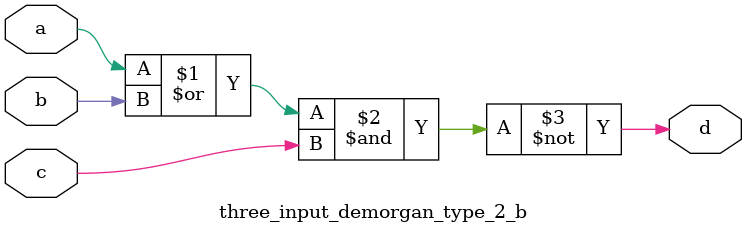
<source format=v>
`timescale 1ns / 1ps


module three_input_demorgan_type_2_b(
    input a,
    input b,
    input c,
    output d
);

assign d = ~((a | b) & c);

endmodule

</source>
